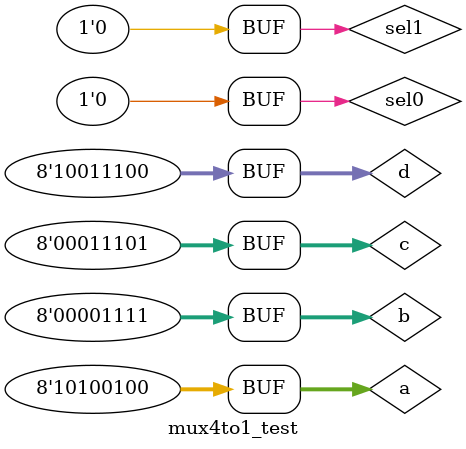
<source format=v>

module mux4to1(s0,s1,i0,i1,i2,i3,y);
input s0,s1,i0,i1,i2,i3;
output y;
wire ns0,ns1,w1,w2,w3w,w4;

not (ns0,s0);
not (ns1,s1);
and (w1,ns0,ns1,i0);
and (w2,ns0,s1,i1);
and (w3,s0,ns1,i2);
and (w4,s0,s1,i3);
or  (y,w1,w2,w3,w4);

endmodule
///////////////////////////////////////////////////

module mux4to1_8bit(s0,s1,i0,i1,i2,i3,y);
input  s0,s1;
input  [7:0]i0,i1,i2,i3;
output [7:0]y;

mux4to1 mux0 (.s0(s0), .s1(s1), .i0(i0[0]), .i1(i1[0]), .i2(i2[0]), .i3(i3[0]), .y(y[0]));
mux4to1 mux1 (.s0(s0), .s1(s1), .i0(i0[1]), .i1(i1[1]), .i2(i2[1]), .i3(i3[1]), .y(y[1]));
mux4to1 mux2 (.s0(s0), .s1(s1), .i0(i0[2]), .i1(i1[2]), .i2(i2[2]), .i3(i3[2]), .y(y[2]));
mux4to1 mux3 (.s0(s0), .s1(s1), .i0(i0[3]), .i1(i1[3]), .i2(i2[3]), .i3(i3[3]), .y(y[3]));
mux4to1 mux4 (.s0(s0), .s1(s1), .i0(i0[4]), .i1(i1[4]), .i2(i2[4]), .i3(i3[4]), .y(y[4]));
mux4to1 mux5 (.s0(s0), .s1(s1), .i0(i0[5]), .i1(i1[5]), .i2(i2[5]), .i3(i3[5]), .y(y[5]));
mux4to1 mux6 (.s0(s0), .s1(s1), .i0(i0[6]), .i1(i1[6]), .i2(i2[6]), .i3(i3[6]), .y(y[6]));
mux4to1 mux7 (.s0(s0), .s1(s1), .i0(i0[7]), .i1(i1[7]), .i2(i2[7]), .i3(i3[7]), .y(y[7]));

endmodule
/////////////////////////////////////////

module mux4to1_test;

reg sel0,sel1;
reg [7:0]a,b,c,d;
wire [7:0]f;

mux4to1_8bit test (.s0(sel0), .s1(sel1), .i0(a), .i1(b), .i2(c), .i3(d), .y(f));
initial begin
$monitor ("s0=%b , s1=%b : i0=%b , i1=%b, i2=%b, i3=%b --> y=%b", sel0,sel1,a,b,c,d,f);
 sel0=1'b0; sel1=1'b0; a=8'b10100100; b=8'b00001111; c=8'b00011101; d=8'b10011100;
 end
 endmodule

</source>
